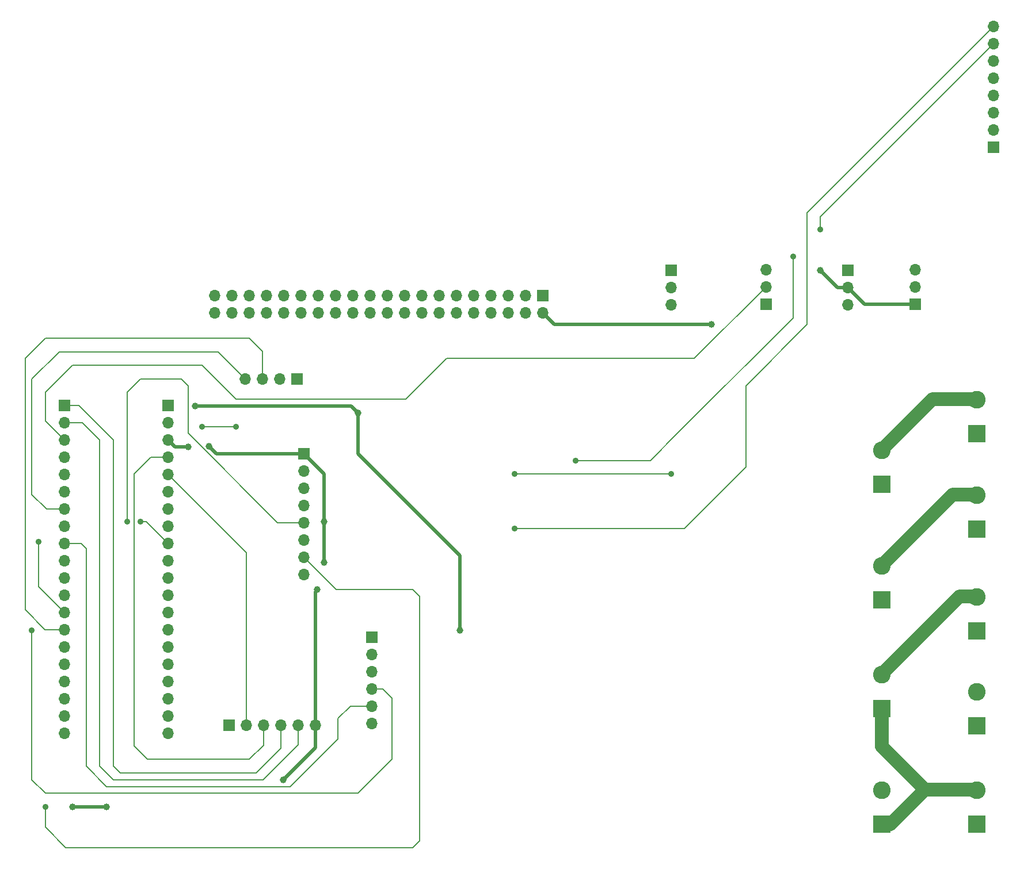
<source format=gtl>
G04 #@! TF.GenerationSoftware,KiCad,Pcbnew,(6.0.8)*
G04 #@! TF.CreationDate,2022-11-08T16:17:13+09:00*
G04 #@! TF.ProjectId,Aquarium,41717561-7269-4756-9d2e-6b696361645f,1.0*
G04 #@! TF.SameCoordinates,Original*
G04 #@! TF.FileFunction,Copper,L1,Top*
G04 #@! TF.FilePolarity,Positive*
%FSLAX46Y46*%
G04 Gerber Fmt 4.6, Leading zero omitted, Abs format (unit mm)*
G04 Created by KiCad (PCBNEW (6.0.8)) date 2022-11-08 16:17:13*
%MOMM*%
%LPD*%
G01*
G04 APERTURE LIST*
G04 #@! TA.AperFunction,ComponentPad*
%ADD10R,2.600000X2.600000*%
G04 #@! TD*
G04 #@! TA.AperFunction,ComponentPad*
%ADD11C,2.600000*%
G04 #@! TD*
G04 #@! TA.AperFunction,ComponentPad*
%ADD12R,1.700000X1.700000*%
G04 #@! TD*
G04 #@! TA.AperFunction,ComponentPad*
%ADD13O,1.700000X1.700000*%
G04 #@! TD*
G04 #@! TA.AperFunction,ViaPad*
%ADD14C,1.000000*%
G04 #@! TD*
G04 #@! TA.AperFunction,ViaPad*
%ADD15C,0.900000*%
G04 #@! TD*
G04 #@! TA.AperFunction,Conductor*
%ADD16C,0.200000*%
G04 #@! TD*
G04 #@! TA.AperFunction,Conductor*
%ADD17C,0.500000*%
G04 #@! TD*
G04 #@! TA.AperFunction,Conductor*
%ADD18C,2.000000*%
G04 #@! TD*
G04 APERTURE END LIST*
D10*
X224000000Y-174540000D03*
D11*
X224000000Y-169540000D03*
D10*
X224000000Y-141540000D03*
D11*
X224000000Y-136540000D03*
D10*
X224000000Y-157540000D03*
D11*
X224000000Y-152540000D03*
D10*
X224000000Y-124540000D03*
D11*
X224000000Y-119540000D03*
D10*
X238000000Y-174540000D03*
D11*
X238000000Y-169540000D03*
D10*
X238000000Y-160080000D03*
D11*
X238000000Y-155080000D03*
D10*
X238000000Y-146080000D03*
D11*
X238000000Y-141080000D03*
D10*
X238000000Y-131080000D03*
D11*
X238000000Y-126080000D03*
D10*
X238000000Y-117080000D03*
D11*
X238000000Y-112080000D03*
D12*
X174130000Y-96730000D03*
D13*
X174130000Y-99270000D03*
X171590000Y-96730000D03*
X171590000Y-99270000D03*
X169050000Y-96730000D03*
X169050000Y-99270000D03*
X166510000Y-96730000D03*
X166510000Y-99270000D03*
X163970000Y-96730000D03*
X163970000Y-99270000D03*
X161430000Y-96730000D03*
X161430000Y-99270000D03*
X158890000Y-96730000D03*
X158890000Y-99270000D03*
X156350000Y-96730000D03*
X156350000Y-99270000D03*
X153810000Y-96730000D03*
X153810000Y-99270000D03*
X151270000Y-96730000D03*
X151270000Y-99270000D03*
X148730000Y-96730000D03*
X148730000Y-99270000D03*
X146190000Y-96730000D03*
X146190000Y-99270000D03*
X143650000Y-96730000D03*
X143650000Y-99270000D03*
X141110000Y-96730000D03*
X141110000Y-99270000D03*
X138570000Y-96730000D03*
X138570000Y-99270000D03*
X136030000Y-96730000D03*
X136030000Y-99270000D03*
X133490000Y-96730000D03*
X133490000Y-99270000D03*
X130950000Y-96730000D03*
X130950000Y-99270000D03*
X128410000Y-96730000D03*
X128410000Y-99270000D03*
X125870000Y-96730000D03*
X125870000Y-99270000D03*
D12*
X193000000Y-93000000D03*
D13*
X193000000Y-95540000D03*
X193000000Y-98080000D03*
D12*
X149000000Y-147000000D03*
D13*
X149000000Y-149540000D03*
X149000000Y-152080000D03*
X149000000Y-154620000D03*
X149000000Y-157160000D03*
X149000000Y-159700000D03*
D12*
X228925000Y-98035000D03*
D13*
X228925000Y-95495000D03*
X228925000Y-92955000D03*
D12*
X138000000Y-109000000D03*
D13*
X135460000Y-109000000D03*
X132920000Y-109000000D03*
X130380000Y-109000000D03*
D12*
X139000000Y-120000000D03*
D13*
X139000000Y-122540000D03*
X139000000Y-125080000D03*
X139000000Y-127620000D03*
X139000000Y-130160000D03*
X139000000Y-132700000D03*
X139000000Y-135240000D03*
X139000000Y-137780000D03*
D12*
X103805000Y-112910000D03*
D13*
X103805000Y-115450000D03*
X103805000Y-117990000D03*
X103805000Y-120530000D03*
X103805000Y-123070000D03*
X103805000Y-125610000D03*
X103805000Y-128150000D03*
X103805000Y-130690000D03*
X103805000Y-133230000D03*
X103805000Y-135770000D03*
X103805000Y-138310000D03*
X103805000Y-140850000D03*
X103805000Y-143390000D03*
X103805000Y-145930000D03*
X103805000Y-148470000D03*
X103805000Y-151010000D03*
X103805000Y-153550000D03*
X103805000Y-156090000D03*
X103805000Y-158630000D03*
X103805000Y-161170000D03*
D12*
X128000000Y-160000000D03*
D13*
X130540000Y-160000000D03*
X133080000Y-160000000D03*
X135620000Y-160000000D03*
X138160000Y-160000000D03*
X140700000Y-160000000D03*
D12*
X219000000Y-93000000D03*
D13*
X219000000Y-95540000D03*
X219000000Y-98080000D03*
D12*
X240475000Y-74875000D03*
D13*
X240475000Y-72335000D03*
X240475000Y-69795000D03*
X240475000Y-67255000D03*
X240475000Y-64715000D03*
X240475000Y-62175000D03*
X240475000Y-59635000D03*
X240475000Y-57095000D03*
D12*
X206975000Y-98000000D03*
D13*
X206975000Y-95460000D03*
X206975000Y-92920000D03*
D12*
X119025000Y-112900000D03*
D13*
X119025000Y-115440000D03*
X119025000Y-117980000D03*
X119025000Y-120520000D03*
X119025000Y-123060000D03*
X119025000Y-125600000D03*
X119025000Y-128140000D03*
X119025000Y-130680000D03*
X119025000Y-133220000D03*
X119025000Y-135760000D03*
X119025000Y-138300000D03*
X119025000Y-140840000D03*
X119025000Y-143380000D03*
X119025000Y-145920000D03*
X119025000Y-148460000D03*
X119025000Y-151000000D03*
X119025000Y-153540000D03*
X119025000Y-156080000D03*
X119025000Y-158620000D03*
X119025000Y-161160000D03*
D14*
X123000000Y-113000000D03*
X199000000Y-101000000D03*
X215000000Y-93000000D03*
X162000000Y-146000000D03*
X147000000Y-114000000D03*
X110000000Y-172000000D03*
X136000000Y-168000000D03*
X141000000Y-140000000D03*
X125065332Y-118934668D03*
X142000000Y-130000000D03*
X142000000Y-136000000D03*
X105000000Y-172000000D03*
X122000000Y-119000000D03*
D15*
X193000000Y-123000000D03*
X169970023Y-122970023D03*
X179000000Y-121000000D03*
X215000000Y-87000000D03*
X211000000Y-91000000D03*
X124000000Y-116000000D03*
X129000000Y-116000000D03*
X100000000Y-133000000D03*
X115000000Y-130000000D03*
X113000000Y-130000000D03*
X101000000Y-172000000D03*
X99000000Y-146000000D03*
X170000000Y-131000000D03*
D16*
X115805000Y-130000000D02*
X119025000Y-133220000D01*
X115000000Y-130000000D02*
X115805000Y-130000000D01*
D17*
X147000000Y-120000000D02*
X147000000Y-114000000D01*
X162000000Y-135000000D02*
X147000000Y-120000000D01*
X162000000Y-146000000D02*
X162000000Y-135000000D01*
X219000000Y-95540000D02*
X217540000Y-95540000D01*
X174130000Y-99270000D02*
X175860000Y-101000000D01*
X123000000Y-113000000D02*
X146000000Y-113000000D01*
X217540000Y-95540000D02*
X215000000Y-93000000D01*
X175860000Y-101000000D02*
X199000000Y-101000000D01*
X221495000Y-98035000D02*
X228925000Y-98035000D01*
X219000000Y-95540000D02*
X221495000Y-98035000D01*
X146000000Y-113000000D02*
X147000000Y-114000000D01*
X140700000Y-160000000D02*
X140700000Y-163300000D01*
X140700000Y-140300000D02*
X140700000Y-160000000D01*
X141000000Y-140000000D02*
X140700000Y-140300000D01*
X139000000Y-120000000D02*
X142000000Y-123000000D01*
X120045000Y-119000000D02*
X122000000Y-119000000D01*
X119025000Y-117980000D02*
X120045000Y-119000000D01*
X110000000Y-172000000D02*
X105000000Y-172000000D01*
X140700000Y-163300000D02*
X136000000Y-168000000D01*
X142000000Y-123000000D02*
X142000000Y-130000000D01*
X142000000Y-130000000D02*
X142000000Y-136000000D01*
X125065332Y-118934668D02*
X126130664Y-120000000D01*
X126130664Y-120000000D02*
X139000000Y-120000000D01*
D16*
X193000000Y-123000000D02*
X170000000Y-123000000D01*
X170000000Y-123000000D02*
X169970023Y-122970023D01*
X194000000Y-117000000D02*
X190000000Y-121000000D01*
X211000000Y-91000000D02*
X211000000Y-100000000D01*
X240475000Y-59635000D02*
X215000000Y-85110000D01*
X211000000Y-100000000D02*
X194000000Y-117000000D01*
X215000000Y-85110000D02*
X215000000Y-87000000D01*
X190000000Y-121000000D02*
X179000000Y-121000000D01*
X129000000Y-116000000D02*
X124000000Y-116000000D01*
X100000000Y-139585000D02*
X103805000Y-143390000D01*
X100000000Y-133000000D02*
X100000000Y-139585000D01*
X122000000Y-117000000D02*
X122000000Y-110000000D01*
X135160000Y-130160000D02*
X122000000Y-117000000D01*
X139000000Y-130160000D02*
X135160000Y-130160000D01*
X122000000Y-110000000D02*
X121000000Y-109000000D01*
X121000000Y-109000000D02*
X115000000Y-109000000D01*
X113000000Y-111000000D02*
X113000000Y-130000000D01*
X115000000Y-109000000D02*
X113000000Y-111000000D01*
X155000000Y-140000000D02*
X156000000Y-141000000D01*
X156000000Y-141000000D02*
X156000000Y-177000000D01*
X156000000Y-177000000D02*
X155000000Y-178000000D01*
X104000000Y-178000000D02*
X101000000Y-175000000D01*
X143760000Y-140000000D02*
X139000000Y-135240000D01*
X143760000Y-140000000D02*
X155000000Y-140000000D01*
X101000000Y-175000000D02*
X101000000Y-172000000D01*
X155000000Y-178000000D02*
X104000000Y-178000000D01*
X152000000Y-156000000D02*
X152000000Y-165000000D01*
X149000000Y-154620000D02*
X150620000Y-154620000D01*
X101000000Y-170000000D02*
X99000000Y-168000000D01*
X147000000Y-170000000D02*
X101000000Y-170000000D01*
X99000000Y-168000000D02*
X99000000Y-166000000D01*
X99000000Y-166000000D02*
X99000000Y-146000000D01*
X150620000Y-154620000D02*
X152000000Y-156000000D01*
X152000000Y-165000000D02*
X147000000Y-170000000D01*
X149000000Y-157160000D02*
X145840000Y-157160000D01*
X107000000Y-134000000D02*
X106230000Y-133230000D01*
X144000000Y-162000000D02*
X137000000Y-169000000D01*
X107000000Y-166000000D02*
X107000000Y-134000000D01*
X110000000Y-169000000D02*
X107000000Y-166000000D01*
X145840000Y-157160000D02*
X144000000Y-159000000D01*
X144000000Y-159000000D02*
X144000000Y-162000000D01*
X106230000Y-133230000D02*
X103805000Y-133230000D01*
X137000000Y-169000000D02*
X110000000Y-169000000D01*
X196435000Y-106000000D02*
X206975000Y-95460000D01*
X101000000Y-111000000D02*
X105000000Y-107000000D01*
X101000000Y-115185000D02*
X101000000Y-111000000D01*
X124000000Y-107000000D02*
X129000000Y-112000000D01*
X105000000Y-107000000D02*
X124000000Y-107000000D01*
X129000000Y-112000000D02*
X154000000Y-112000000D01*
X154000000Y-112000000D02*
X160000000Y-106000000D01*
X103805000Y-117990000D02*
X101000000Y-115185000D01*
X160000000Y-106000000D02*
X196435000Y-106000000D01*
X105910000Y-112910000D02*
X103805000Y-112910000D01*
X132000000Y-167000000D02*
X112000000Y-167000000D01*
X135620000Y-160000000D02*
X135620000Y-163380000D01*
X111000000Y-118000000D02*
X105910000Y-112910000D01*
X112000000Y-167000000D02*
X111000000Y-166000000D01*
X135620000Y-163380000D02*
X132000000Y-167000000D01*
X111000000Y-166000000D02*
X111000000Y-118000000D01*
X133000000Y-168000000D02*
X111000000Y-168000000D01*
X138160000Y-160000000D02*
X138160000Y-162840000D01*
X109000000Y-166000000D02*
X109000000Y-118000000D01*
X106450000Y-115450000D02*
X103805000Y-115450000D01*
X109000000Y-118000000D02*
X106450000Y-115450000D01*
X111000000Y-168000000D02*
X109000000Y-166000000D01*
X138160000Y-162840000D02*
X133000000Y-168000000D01*
X101150000Y-128150000D02*
X103805000Y-128150000D01*
X99000000Y-109000000D02*
X99000000Y-126000000D01*
X103000000Y-105000000D02*
X99000000Y-109000000D01*
X126380000Y-105000000D02*
X103000000Y-105000000D01*
X99000000Y-126000000D02*
X101150000Y-128150000D01*
X130380000Y-109000000D02*
X126380000Y-105000000D01*
X131000000Y-103000000D02*
X101000000Y-103000000D01*
X98000000Y-106000000D02*
X98000000Y-143000000D01*
X132920000Y-104920000D02*
X131000000Y-103000000D01*
X100930000Y-145930000D02*
X103805000Y-145930000D01*
X101000000Y-103000000D02*
X98000000Y-106000000D01*
X98000000Y-143000000D02*
X100930000Y-145930000D01*
X132920000Y-109000000D02*
X132920000Y-104920000D01*
X131000000Y-165000000D02*
X133080000Y-162920000D01*
X114000000Y-123000000D02*
X114000000Y-163000000D01*
X133080000Y-162920000D02*
X133080000Y-160000000D01*
X119025000Y-120520000D02*
X116480000Y-120520000D01*
X114000000Y-163000000D02*
X116000000Y-165000000D01*
X116000000Y-165000000D02*
X131000000Y-165000000D01*
X116480000Y-120520000D02*
X114000000Y-123000000D01*
X119025000Y-123060000D02*
X130540000Y-134575000D01*
X130540000Y-134575000D02*
X130540000Y-160000000D01*
X213000000Y-101000000D02*
X213000000Y-84570000D01*
X213000000Y-84570000D02*
X240475000Y-57095000D01*
X204000000Y-122000000D02*
X204000000Y-110000000D01*
X170000000Y-131000000D02*
X195000000Y-131000000D01*
X204000000Y-110000000D02*
X213000000Y-101000000D01*
X195000000Y-131000000D02*
X204000000Y-122000000D01*
D18*
X231460000Y-112000000D02*
X224000000Y-119460000D01*
X238000000Y-112000000D02*
X231460000Y-112000000D01*
X234460000Y-126000000D02*
X224000000Y-136460000D01*
X238000000Y-126000000D02*
X234460000Y-126000000D01*
X238000000Y-141000000D02*
X235460000Y-141000000D01*
X235460000Y-141000000D02*
X224000000Y-152460000D01*
X224000000Y-157540000D02*
X224000000Y-163096038D01*
X230363962Y-169460000D02*
X225283962Y-174540000D01*
X224000000Y-163096038D02*
X230363962Y-169460000D01*
X225283962Y-174540000D02*
X224000000Y-174540000D01*
X238000000Y-169460000D02*
X230363962Y-169460000D01*
M02*

</source>
